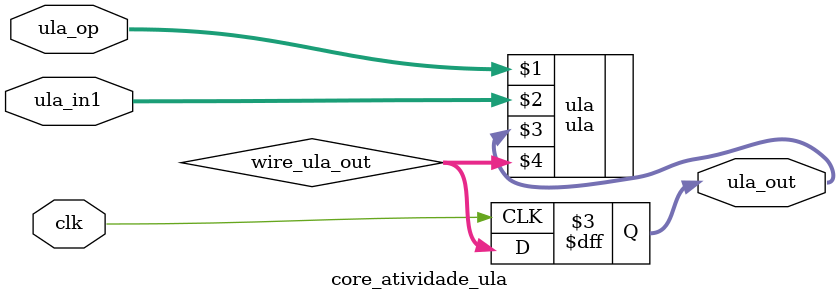
<source format=v>
module core_atividade_ula(
	input clk,
	input [1:0] ula_op,
	input [15:0] ula_in1,
	output reg [15:0] ula_out
);

initial ula_out = 0; 


wire [15:0] wire_ula_out;
ula ula(ula_op, ula_in1, ula_out, wire_ula_out);

//reg [15:0] r_ula_out;

always @ (posedge clk) /*r_ula_out*/ ula_out <= wire_ula_out;

//assign ula_out = r_ula_out;
endmodule 
</source>
